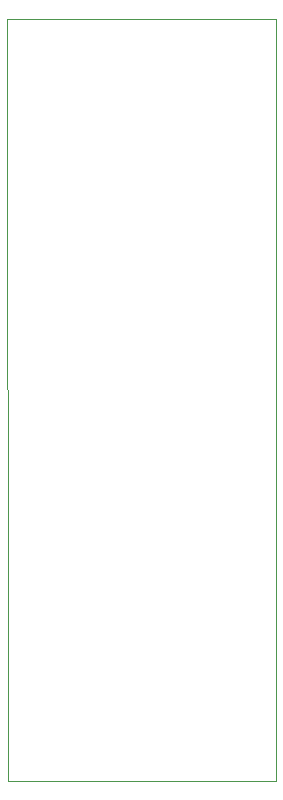
<source format=gbr>
%TF.GenerationSoftware,KiCad,Pcbnew,(5.1.9)-1*%
%TF.CreationDate,2021-07-31T16:05:11-05:00*%
%TF.ProjectId,SCSI Interface Card,53435349-2049-46e7-9465-726661636520,rev?*%
%TF.SameCoordinates,Original*%
%TF.FileFunction,Profile,NP*%
%FSLAX46Y46*%
G04 Gerber Fmt 4.6, Leading zero omitted, Abs format (unit mm)*
G04 Created by KiCad (PCBNEW (5.1.9)-1) date 2021-07-31 16:05:11*
%MOMM*%
%LPD*%
G01*
G04 APERTURE LIST*
%TA.AperFunction,Profile*%
%ADD10C,0.050000*%
%TD*%
G04 APERTURE END LIST*
D10*
X138755120Y-104272080D02*
X138805920Y-104272080D01*
X138755120Y-102113080D02*
X138755120Y-104272080D01*
X138714480Y-39781480D02*
X138755120Y-102113080D01*
X161503360Y-39786560D02*
X138714480Y-39781480D01*
X161483040Y-104267000D02*
X161503360Y-39786560D01*
X138805920Y-104272080D02*
X161483040Y-104267000D01*
M02*

</source>
